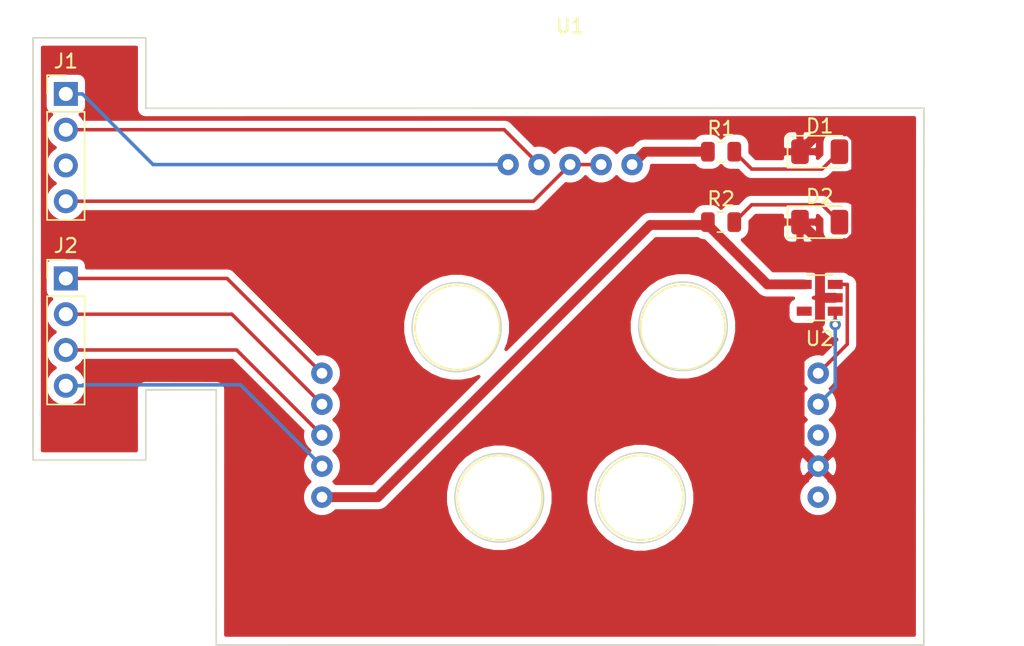
<source format=kicad_pcb>
(kicad_pcb (version 20171130) (host pcbnew 5.1.6-c6e7f7d~87~ubuntu20.04.1)

  (general
    (thickness 1.6)
    (drawings 18)
    (tracks 54)
    (zones 0)
    (modules 8)
    (nets 19)
  )

  (page A4)
  (layers
    (0 F.Cu signal)
    (31 B.Cu signal)
    (32 B.Adhes user)
    (33 F.Adhes user)
    (34 B.Paste user)
    (35 F.Paste user)
    (36 B.SilkS user)
    (37 F.SilkS user)
    (38 B.Mask user)
    (39 F.Mask user)
    (40 Dwgs.User user)
    (41 Cmts.User user)
    (42 Eco1.User user)
    (43 Eco2.User user)
    (44 Edge.Cuts user)
    (45 Margin user)
    (46 B.CrtYd user)
    (47 F.CrtYd user)
    (48 B.Fab user)
    (49 F.Fab user)
  )

  (setup
    (last_trace_width 0.25)
    (trace_clearance 0.2)
    (zone_clearance 0.508)
    (zone_45_only no)
    (trace_min 0.2)
    (via_size 0.8)
    (via_drill 0.4)
    (via_min_size 0.4)
    (via_min_drill 0.3)
    (uvia_size 0.3)
    (uvia_drill 0.1)
    (uvias_allowed no)
    (uvia_min_size 0.2)
    (uvia_min_drill 0.1)
    (edge_width 0.1)
    (segment_width 0.2)
    (pcb_text_width 0.3)
    (pcb_text_size 1.5 1.5)
    (mod_edge_width 0.12)
    (mod_text_size 1 1)
    (mod_text_width 0.15)
    (pad_size 1.524 1.524)
    (pad_drill 0.762)
    (pad_to_mask_clearance 0.05)
    (aux_axis_origin 0 0)
    (visible_elements FFFFFF7F)
    (pcbplotparams
      (layerselection 0x010fc_ffffffff)
      (usegerberextensions false)
      (usegerberattributes true)
      (usegerberadvancedattributes true)
      (creategerberjobfile true)
      (excludeedgelayer true)
      (linewidth 0.100000)
      (plotframeref false)
      (viasonmask false)
      (mode 1)
      (useauxorigin false)
      (hpglpennumber 1)
      (hpglpenspeed 20)
      (hpglpendiameter 15.000000)
      (psnegative false)
      (psa4output false)
      (plotreference true)
      (plotvalue true)
      (plotinvisibletext false)
      (padsonsilk false)
      (subtractmaskfromsilk false)
      (outputformat 1)
      (mirror false)
      (drillshape 1)
      (scaleselection 1)
      (outputdirectory ""))
  )

  (net 0 "")
  (net 1 "Net-(D1-Pad2)")
  (net 2 GND)
  (net 3 "Net-(D2-Pad2)")
  (net 4 A1A)
  (net 5 A2A)
  (net 6 A1B)
  (net 7 A2B)
  (net 8 Z2B)
  (net 9 Z1B)
  (net 10 Z2A)
  (net 11 Z1A)
  (net 12 +12V)
  (net 13 +3V3)
  (net 14 pwm)
  (net 15 limZ)
  (net 16 SCL)
  (net 17 SDA)
  (net 18 "Net-(U2-Pad5)")

  (net_class Default "This is the default net class."
    (clearance 0.2)
    (trace_width 0.25)
    (via_dia 0.8)
    (via_drill 0.4)
    (uvia_dia 0.3)
    (uvia_drill 0.1)
    (add_net A1A)
    (add_net A1B)
    (add_net A2A)
    (add_net A2B)
    (add_net "Net-(D1-Pad2)")
    (add_net "Net-(D2-Pad2)")
    (add_net "Net-(U2-Pad5)")
    (add_net SCL)
    (add_net SDA)
    (add_net Z1A)
    (add_net Z1B)
    (add_net Z2A)
    (add_net Z2B)
    (add_net limZ)
    (add_net pwm)
  )

  (net_class VCC/GND ""
    (clearance 0.2)
    (trace_width 0.7)
    (via_dia 0.8)
    (via_drill 0.4)
    (uvia_dia 0.3)
    (uvia_drill 0.1)
    (add_net +12V)
    (add_net +3V3)
    (add_net GND)
  )

  (module Pick_n_place_head_PCB:PnP_PCB_v1.0 (layer F.Cu) (tedit 62018190) (tstamp 6201E1BE)
    (at 153.284 97.9729)
    (path /6203D29A)
    (fp_text reference U1 (at 0 -24.9) (layer F.SilkS)
      (effects (font (size 1 1) (thickness 0.15)))
    )
    (fp_text value Pick_and_place_pcb (at 0 -25.9) (layer F.Fab)
      (effects (font (size 1 1) (thickness 0.15)))
    )
    (fp_circle (center 5 8.6) (end 8 8.6) (layer F.SilkS) (width 0.12))
    (fp_circle (center -5 8.6) (end -2 8.6) (layer F.SilkS) (width 0.12))
    (fp_circle (center 8 -3.4917) (end 11 -3.4917) (layer F.SilkS) (width 0.12))
    (fp_circle (center -8 -3.491) (end -5 -3.491) (layer F.SilkS) (width 0.12))
    (fp_line (start -30.11 5.94) (end -30.11 0.94) (layer F.SilkS) (width 0.12))
    (fp_line (start -38.11 5.94) (end -30.11 5.94) (layer F.SilkS) (width 0.12))
    (fp_line (start -38.11 -24.06) (end -38.11 5.94) (layer F.SilkS) (width 0.12))
    (fp_line (start -30.11 -24.06) (end -38.11 -24.06) (layer F.SilkS) (width 0.12))
    (fp_line (start -30.11 -19.06) (end -30.11 -24.06) (layer F.SilkS) (width 0.12))
    (fp_line (start -25.11 0.94) (end -30.11 0.94) (layer F.SilkS) (width 0.12))
    (fp_line (start -25.11 -19.06) (end -30.11 -19.06) (layer F.SilkS) (width 0.12))
    (fp_line (start -25.11 0.94) (end -25.11 19.06) (layer F.SilkS) (width 0.12))
    (fp_line (start 25.11 -19.06) (end 25.11 19.06) (layer F.SilkS) (width 0.12))
    (fp_line (start 25.11 19.06) (end -25.11 19.06) (layer F.SilkS) (width 0.12))
    (fp_line (start -25.11 -19.06) (end 25.11 -19.06) (layer F.SilkS) (width 0.12))
    (pad 10 thru_hole circle (at 17.61 8.56) (size 1.524 1.524) (drill 0.762) (layers *.Cu *.Mask)
      (net 14 pwm))
    (pad 9 thru_hole circle (at 17.61 6.36) (size 1.524 1.524) (drill 0.762) (layers *.Cu *.Mask)
      (net 2 GND))
    (pad 8 thru_hole circle (at 17.61 4.16) (size 1.524 1.524) (drill 0.762) (layers *.Cu *.Mask)
      (net 15 limZ))
    (pad 7 thru_hole circle (at 17.61 1.96) (size 1.524 1.524) (drill 0.762) (layers *.Cu *.Mask)
      (net 16 SCL))
    (pad 6 thru_hole circle (at 17.61 -0.24) (size 1.524 1.524) (drill 0.762) (layers *.Cu *.Mask)
      (net 17 SDA))
    (pad 11 thru_hole circle (at -17.61 8.56) (size 1.524 1.524) (drill 0.762) (layers *.Cu *.Mask)
      (net 13 +3V3))
    (pad 12 thru_hole circle (at -17.61 6.36) (size 1.524 1.524) (drill 0.762) (layers *.Cu *.Mask)
      (net 8 Z2B))
    (pad 13 thru_hole circle (at -17.61 4.16) (size 1.524 1.524) (drill 0.762) (layers *.Cu *.Mask)
      (net 9 Z1B))
    (pad 14 thru_hole circle (at -17.61 1.96) (size 1.524 1.524) (drill 0.762) (layers *.Cu *.Mask)
      (net 10 Z2A))
    (pad 15 thru_hole circle (at -17.61 -0.24) (size 1.524 1.524) (drill 0.762) (layers *.Cu *.Mask)
      (net 11 Z1A))
    (pad 3 thru_hole circle (at 0 -15.06) (size 1.524 1.524) (drill 0.762) (layers *.Cu *.Mask)
      (net 7 A2B))
    (pad 2 thru_hole circle (at -2.2 -15.06) (size 1.524 1.524) (drill 0.762) (layers *.Cu *.Mask)
      (net 5 A2A))
    (pad 4 thru_hole circle (at 2.2 -15.06) (size 1.524 1.524) (drill 0.762) (layers *.Cu *.Mask)
      (net 7 A2B))
    (pad 1 thru_hole circle (at -4.4 -15.06) (size 1.524 1.524) (drill 0.762) (layers *.Cu *.Mask)
      (net 4 A1A))
    (pad 5 thru_hole circle (at 4.4 -15.06) (size 1.524 1.524) (drill 0.762) (layers *.Cu *.Mask)
      (net 12 +12V))
  )

  (module LED_SMD:LED_1206_3216Metric (layer F.Cu) (tedit 5B301BBE) (tstamp 6201E3CB)
    (at 171 82)
    (descr "LED SMD 1206 (3216 Metric), square (rectangular) end terminal, IPC_7351 nominal, (Body size source: http://www.tortai-tech.com/upload/download/2011102023233369053.pdf), generated with kicad-footprint-generator")
    (tags diode)
    (path /62041E33)
    (attr smd)
    (fp_text reference D1 (at 0 -1.82) (layer F.SilkS)
      (effects (font (size 1 1) (thickness 0.15)))
    )
    (fp_text value LED (at 0 1.82) (layer F.Fab)
      (effects (font (size 1 1) (thickness 0.15)))
    )
    (fp_text user %R (at 0 0) (layer F.Fab)
      (effects (font (size 0.8 0.8) (thickness 0.12)))
    )
    (fp_line (start 1.6 -0.8) (end -1.2 -0.8) (layer F.Fab) (width 0.1))
    (fp_line (start -1.2 -0.8) (end -1.6 -0.4) (layer F.Fab) (width 0.1))
    (fp_line (start -1.6 -0.4) (end -1.6 0.8) (layer F.Fab) (width 0.1))
    (fp_line (start -1.6 0.8) (end 1.6 0.8) (layer F.Fab) (width 0.1))
    (fp_line (start 1.6 0.8) (end 1.6 -0.8) (layer F.Fab) (width 0.1))
    (fp_line (start 1.6 -1.135) (end -2.285 -1.135) (layer F.SilkS) (width 0.12))
    (fp_line (start -2.285 -1.135) (end -2.285 1.135) (layer F.SilkS) (width 0.12))
    (fp_line (start -2.285 1.135) (end 1.6 1.135) (layer F.SilkS) (width 0.12))
    (fp_line (start -2.28 1.12) (end -2.28 -1.12) (layer F.CrtYd) (width 0.05))
    (fp_line (start -2.28 -1.12) (end 2.28 -1.12) (layer F.CrtYd) (width 0.05))
    (fp_line (start 2.28 -1.12) (end 2.28 1.12) (layer F.CrtYd) (width 0.05))
    (fp_line (start 2.28 1.12) (end -2.28 1.12) (layer F.CrtYd) (width 0.05))
    (pad 2 smd roundrect (at 1.4 0) (size 1.25 1.75) (layers F.Cu F.Paste F.Mask) (roundrect_rratio 0.2)
      (net 1 "Net-(D1-Pad2)"))
    (pad 1 smd roundrect (at -1.4 0) (size 1.25 1.75) (layers F.Cu F.Paste F.Mask) (roundrect_rratio 0.2)
      (net 2 GND))
    (model ${KISYS3DMOD}/LED_SMD.3dshapes/LED_1206_3216Metric.wrl
      (at (xyz 0 0 0))
      (scale (xyz 1 1 1))
      (rotate (xyz 0 0 0))
    )
  )

  (module LED_SMD:LED_1206_3216Metric (layer F.Cu) (tedit 5B301BBE) (tstamp 6201E3DE)
    (at 171 87)
    (descr "LED SMD 1206 (3216 Metric), square (rectangular) end terminal, IPC_7351 nominal, (Body size source: http://www.tortai-tech.com/upload/download/2011102023233369053.pdf), generated with kicad-footprint-generator")
    (tags diode)
    (path /62041957)
    (attr smd)
    (fp_text reference D2 (at 0 -1.82) (layer F.SilkS)
      (effects (font (size 1 1) (thickness 0.15)))
    )
    (fp_text value LED (at 0 1.82) (layer F.Fab)
      (effects (font (size 1 1) (thickness 0.15)))
    )
    (fp_line (start 2.28 1.12) (end -2.28 1.12) (layer F.CrtYd) (width 0.05))
    (fp_line (start 2.28 -1.12) (end 2.28 1.12) (layer F.CrtYd) (width 0.05))
    (fp_line (start -2.28 -1.12) (end 2.28 -1.12) (layer F.CrtYd) (width 0.05))
    (fp_line (start -2.28 1.12) (end -2.28 -1.12) (layer F.CrtYd) (width 0.05))
    (fp_line (start -2.285 1.135) (end 1.6 1.135) (layer F.SilkS) (width 0.12))
    (fp_line (start -2.285 -1.135) (end -2.285 1.135) (layer F.SilkS) (width 0.12))
    (fp_line (start 1.6 -1.135) (end -2.285 -1.135) (layer F.SilkS) (width 0.12))
    (fp_line (start 1.6 0.8) (end 1.6 -0.8) (layer F.Fab) (width 0.1))
    (fp_line (start -1.6 0.8) (end 1.6 0.8) (layer F.Fab) (width 0.1))
    (fp_line (start -1.6 -0.4) (end -1.6 0.8) (layer F.Fab) (width 0.1))
    (fp_line (start -1.2 -0.8) (end -1.6 -0.4) (layer F.Fab) (width 0.1))
    (fp_line (start 1.6 -0.8) (end -1.2 -0.8) (layer F.Fab) (width 0.1))
    (fp_text user %R (at -2.293761 -0.829241) (layer F.Fab)
      (effects (font (size 0.8 0.8) (thickness 0.12)))
    )
    (pad 1 smd roundrect (at -1.4 0) (size 1.25 1.75) (layers F.Cu F.Paste F.Mask) (roundrect_rratio 0.2)
      (net 2 GND))
    (pad 2 smd roundrect (at 1.4 0) (size 1.25 1.75) (layers F.Cu F.Paste F.Mask) (roundrect_rratio 0.2)
      (net 3 "Net-(D2-Pad2)"))
    (model ${KISYS3DMOD}/LED_SMD.3dshapes/LED_1206_3216Metric.wrl
      (at (xyz 0 0 0))
      (scale (xyz 1 1 1))
      (rotate (xyz 0 0 0))
    )
  )

  (module Connector_PinHeader_2.54mm:PinHeader_1x04_P2.54mm_Vertical (layer F.Cu) (tedit 59FED5CC) (tstamp 6201E3F6)
    (at 117.5 77.8967)
    (descr "Through hole straight pin header, 1x04, 2.54mm pitch, single row")
    (tags "Through hole pin header THT 1x04 2.54mm single row")
    (path /6203ED51)
    (fp_text reference J1 (at 0 -2.33) (layer F.SilkS)
      (effects (font (size 1 1) (thickness 0.15)))
    )
    (fp_text value Conn_01x04 (at 0 9.95) (layer F.Fab)
      (effects (font (size 1 1) (thickness 0.15)))
    )
    (fp_line (start 1.8 -1.8) (end -1.8 -1.8) (layer F.CrtYd) (width 0.05))
    (fp_line (start 1.8 9.4) (end 1.8 -1.8) (layer F.CrtYd) (width 0.05))
    (fp_line (start -1.8 9.4) (end 1.8 9.4) (layer F.CrtYd) (width 0.05))
    (fp_line (start -1.8 -1.8) (end -1.8 9.4) (layer F.CrtYd) (width 0.05))
    (fp_line (start -1.33 -1.33) (end 0 -1.33) (layer F.SilkS) (width 0.12))
    (fp_line (start -1.33 0) (end -1.33 -1.33) (layer F.SilkS) (width 0.12))
    (fp_line (start -1.33 1.27) (end 1.33 1.27) (layer F.SilkS) (width 0.12))
    (fp_line (start 1.33 1.27) (end 1.33 8.95) (layer F.SilkS) (width 0.12))
    (fp_line (start -1.33 1.27) (end -1.33 8.95) (layer F.SilkS) (width 0.12))
    (fp_line (start -1.33 8.95) (end 1.33 8.95) (layer F.SilkS) (width 0.12))
    (fp_line (start -1.27 -0.635) (end -0.635 -1.27) (layer F.Fab) (width 0.1))
    (fp_line (start -1.27 8.89) (end -1.27 -0.635) (layer F.Fab) (width 0.1))
    (fp_line (start 1.27 8.89) (end -1.27 8.89) (layer F.Fab) (width 0.1))
    (fp_line (start 1.27 -1.27) (end 1.27 8.89) (layer F.Fab) (width 0.1))
    (fp_line (start -0.635 -1.27) (end 1.27 -1.27) (layer F.Fab) (width 0.1))
    (fp_text user %R (at 0 3.81 90) (layer F.Fab)
      (effects (font (size 1 1) (thickness 0.15)))
    )
    (pad 1 thru_hole rect (at 0 0) (size 1.7 1.7) (drill 1) (layers *.Cu *.Mask)
      (net 4 A1A))
    (pad 2 thru_hole oval (at 0 2.54) (size 1.7 1.7) (drill 1) (layers *.Cu *.Mask)
      (net 5 A2A))
    (pad 3 thru_hole oval (at 0 5.08) (size 1.7 1.7) (drill 1) (layers *.Cu *.Mask)
      (net 6 A1B))
    (pad 4 thru_hole oval (at 0 7.62) (size 1.7 1.7) (drill 1) (layers *.Cu *.Mask)
      (net 7 A2B))
    (model ${KISYS3DMOD}/Connector_PinHeader_2.54mm.3dshapes/PinHeader_1x04_P2.54mm_Vertical.wrl
      (at (xyz 0 0 0))
      (scale (xyz 1 1 1))
      (rotate (xyz 0 0 0))
    )
  )

  (module Connector_PinHeader_2.54mm:PinHeader_1x04_P2.54mm_Vertical (layer F.Cu) (tedit 59FED5CC) (tstamp 6201E40E)
    (at 117.5 91)
    (descr "Through hole straight pin header, 1x04, 2.54mm pitch, single row")
    (tags "Through hole pin header THT 1x04 2.54mm single row")
    (path /62040CDA)
    (fp_text reference J2 (at 0 -2.33) (layer F.SilkS)
      (effects (font (size 1 1) (thickness 0.15)))
    )
    (fp_text value Conn_01x04 (at 0 9.95) (layer F.Fab)
      (effects (font (size 1 1) (thickness 0.15)))
    )
    (fp_text user %R (at 0 3.81 90) (layer F.Fab)
      (effects (font (size 1 1) (thickness 0.15)))
    )
    (fp_line (start -0.635 -1.27) (end 1.27 -1.27) (layer F.Fab) (width 0.1))
    (fp_line (start 1.27 -1.27) (end 1.27 8.89) (layer F.Fab) (width 0.1))
    (fp_line (start 1.27 8.89) (end -1.27 8.89) (layer F.Fab) (width 0.1))
    (fp_line (start -1.27 8.89) (end -1.27 -0.635) (layer F.Fab) (width 0.1))
    (fp_line (start -1.27 -0.635) (end -0.635 -1.27) (layer F.Fab) (width 0.1))
    (fp_line (start -1.33 8.95) (end 1.33 8.95) (layer F.SilkS) (width 0.12))
    (fp_line (start -1.33 1.27) (end -1.33 8.95) (layer F.SilkS) (width 0.12))
    (fp_line (start 1.33 1.27) (end 1.33 8.95) (layer F.SilkS) (width 0.12))
    (fp_line (start -1.33 1.27) (end 1.33 1.27) (layer F.SilkS) (width 0.12))
    (fp_line (start -1.33 0) (end -1.33 -1.33) (layer F.SilkS) (width 0.12))
    (fp_line (start -1.33 -1.33) (end 0 -1.33) (layer F.SilkS) (width 0.12))
    (fp_line (start -1.8 -1.8) (end -1.8 9.4) (layer F.CrtYd) (width 0.05))
    (fp_line (start -1.8 9.4) (end 1.8 9.4) (layer F.CrtYd) (width 0.05))
    (fp_line (start 1.8 9.4) (end 1.8 -1.8) (layer F.CrtYd) (width 0.05))
    (fp_line (start 1.8 -1.8) (end -1.8 -1.8) (layer F.CrtYd) (width 0.05))
    (pad 4 thru_hole oval (at 0 7.62) (size 1.7 1.7) (drill 1) (layers *.Cu *.Mask)
      (net 8 Z2B))
    (pad 3 thru_hole oval (at 0 5.08) (size 1.7 1.7) (drill 1) (layers *.Cu *.Mask)
      (net 9 Z1B))
    (pad 2 thru_hole oval (at 0 2.54) (size 1.7 1.7) (drill 1) (layers *.Cu *.Mask)
      (net 10 Z2A))
    (pad 1 thru_hole rect (at 0 0) (size 1.7 1.7) (drill 1) (layers *.Cu *.Mask)
      (net 11 Z1A))
    (model ${KISYS3DMOD}/Connector_PinHeader_2.54mm.3dshapes/PinHeader_1x04_P2.54mm_Vertical.wrl
      (at (xyz 0 0 0))
      (scale (xyz 1 1 1))
      (rotate (xyz 0 0 0))
    )
  )

  (module Resistor_SMD:R_0805_2012Metric (layer F.Cu) (tedit 5B36C52B) (tstamp 6201E41F)
    (at 164 82)
    (descr "Resistor SMD 0805 (2012 Metric), square (rectangular) end terminal, IPC_7351 nominal, (Body size source: https://docs.google.com/spreadsheets/d/1BsfQQcO9C6DZCsRaXUlFlo91Tg2WpOkGARC1WS5S8t0/edit?usp=sharing), generated with kicad-footprint-generator")
    (tags resistor)
    (path /62042227)
    (attr smd)
    (fp_text reference R1 (at 0 -1.65) (layer F.SilkS)
      (effects (font (size 1 1) (thickness 0.15)))
    )
    (fp_text value R (at 0 1.65) (layer F.Fab)
      (effects (font (size 1 1) (thickness 0.15)))
    )
    (fp_line (start 1.68 0.95) (end -1.68 0.95) (layer F.CrtYd) (width 0.05))
    (fp_line (start 1.68 -0.95) (end 1.68 0.95) (layer F.CrtYd) (width 0.05))
    (fp_line (start -1.68 -0.95) (end 1.68 -0.95) (layer F.CrtYd) (width 0.05))
    (fp_line (start -1.68 0.95) (end -1.68 -0.95) (layer F.CrtYd) (width 0.05))
    (fp_line (start -0.258578 0.71) (end 0.258578 0.71) (layer F.SilkS) (width 0.12))
    (fp_line (start -0.258578 -0.71) (end 0.258578 -0.71) (layer F.SilkS) (width 0.12))
    (fp_line (start 1 0.6) (end -1 0.6) (layer F.Fab) (width 0.1))
    (fp_line (start 1 -0.6) (end 1 0.6) (layer F.Fab) (width 0.1))
    (fp_line (start -1 -0.6) (end 1 -0.6) (layer F.Fab) (width 0.1))
    (fp_line (start -1 0.6) (end -1 -0.6) (layer F.Fab) (width 0.1))
    (fp_text user %R (at 0 0) (layer F.Fab)
      (effects (font (size 0.5 0.5) (thickness 0.08)))
    )
    (pad 1 smd roundrect (at -0.9375 0) (size 0.975 1.4) (layers F.Cu F.Paste F.Mask) (roundrect_rratio 0.25)
      (net 12 +12V))
    (pad 2 smd roundrect (at 0.9375 0) (size 0.975 1.4) (layers F.Cu F.Paste F.Mask) (roundrect_rratio 0.25)
      (net 1 "Net-(D1-Pad2)"))
    (model ${KISYS3DMOD}/Resistor_SMD.3dshapes/R_0805_2012Metric.wrl
      (at (xyz 0 0 0))
      (scale (xyz 1 1 1))
      (rotate (xyz 0 0 0))
    )
  )

  (module Resistor_SMD:R_0805_2012Metric (layer F.Cu) (tedit 5B36C52B) (tstamp 6201E430)
    (at 164 87)
    (descr "Resistor SMD 0805 (2012 Metric), square (rectangular) end terminal, IPC_7351 nominal, (Body size source: https://docs.google.com/spreadsheets/d/1BsfQQcO9C6DZCsRaXUlFlo91Tg2WpOkGARC1WS5S8t0/edit?usp=sharing), generated with kicad-footprint-generator")
    (tags resistor)
    (path /6204249B)
    (attr smd)
    (fp_text reference R2 (at 0 -1.65) (layer F.SilkS)
      (effects (font (size 1 1) (thickness 0.15)))
    )
    (fp_text value R (at 0 1.65) (layer F.Fab)
      (effects (font (size 1 1) (thickness 0.15)))
    )
    (fp_text user %R (at 0 0) (layer F.Fab)
      (effects (font (size 0.5 0.5) (thickness 0.08)))
    )
    (fp_line (start -1 0.6) (end -1 -0.6) (layer F.Fab) (width 0.1))
    (fp_line (start -1 -0.6) (end 1 -0.6) (layer F.Fab) (width 0.1))
    (fp_line (start 1 -0.6) (end 1 0.6) (layer F.Fab) (width 0.1))
    (fp_line (start 1 0.6) (end -1 0.6) (layer F.Fab) (width 0.1))
    (fp_line (start -0.258578 -0.71) (end 0.258578 -0.71) (layer F.SilkS) (width 0.12))
    (fp_line (start -0.258578 0.71) (end 0.258578 0.71) (layer F.SilkS) (width 0.12))
    (fp_line (start -1.68 0.95) (end -1.68 -0.95) (layer F.CrtYd) (width 0.05))
    (fp_line (start -1.68 -0.95) (end 1.68 -0.95) (layer F.CrtYd) (width 0.05))
    (fp_line (start 1.68 -0.95) (end 1.68 0.95) (layer F.CrtYd) (width 0.05))
    (fp_line (start 1.68 0.95) (end -1.68 0.95) (layer F.CrtYd) (width 0.05))
    (pad 2 smd roundrect (at 0.9375 0) (size 0.975 1.4) (layers F.Cu F.Paste F.Mask) (roundrect_rratio 0.25)
      (net 3 "Net-(D2-Pad2)"))
    (pad 1 smd roundrect (at -0.9375 0) (size 0.975 1.4) (layers F.Cu F.Paste F.Mask) (roundrect_rratio 0.25)
      (net 13 +3V3))
    (model ${KISYS3DMOD}/Resistor_SMD.3dshapes/R_0805_2012Metric.wrl
      (at (xyz 0 0 0))
      (scale (xyz 1 1 1))
      (rotate (xyz 0 0 0))
    )
  )

  (module Package_TO_SOT_SMD:SOT-23-5 (layer F.Cu) (tedit 5A02FF57) (tstamp 6201E445)
    (at 171 92.3747 180)
    (descr "5-pin SOT23 package")
    (tags SOT-23-5)
    (path /620412BD)
    (attr smd)
    (fp_text reference U2 (at 0 -2.9) (layer F.SilkS)
      (effects (font (size 1 1) (thickness 0.15)))
    )
    (fp_text value 24AA02-OT (at 0 2.9) (layer F.Fab)
      (effects (font (size 1 1) (thickness 0.15)))
    )
    (fp_line (start 0.9 -1.55) (end 0.9 1.55) (layer F.Fab) (width 0.1))
    (fp_line (start 0.9 1.55) (end -0.9 1.55) (layer F.Fab) (width 0.1))
    (fp_line (start -0.9 -0.9) (end -0.9 1.55) (layer F.Fab) (width 0.1))
    (fp_line (start 0.9 -1.55) (end -0.25 -1.55) (layer F.Fab) (width 0.1))
    (fp_line (start -0.9 -0.9) (end -0.25 -1.55) (layer F.Fab) (width 0.1))
    (fp_line (start -1.9 1.8) (end -1.9 -1.8) (layer F.CrtYd) (width 0.05))
    (fp_line (start 1.9 1.8) (end -1.9 1.8) (layer F.CrtYd) (width 0.05))
    (fp_line (start 1.9 -1.8) (end 1.9 1.8) (layer F.CrtYd) (width 0.05))
    (fp_line (start -1.9 -1.8) (end 1.9 -1.8) (layer F.CrtYd) (width 0.05))
    (fp_line (start 0.9 -1.61) (end -1.55 -1.61) (layer F.SilkS) (width 0.12))
    (fp_line (start -0.9 1.61) (end 0.9 1.61) (layer F.SilkS) (width 0.12))
    (fp_text user %R (at 0 0 90) (layer F.Fab)
      (effects (font (size 0.5 0.5) (thickness 0.075)))
    )
    (pad 1 smd rect (at -1.1 -0.95 180) (size 1.06 0.65) (layers F.Cu F.Paste F.Mask)
      (net 16 SCL))
    (pad 2 smd rect (at -1.1 0 180) (size 1.06 0.65) (layers F.Cu F.Paste F.Mask)
      (net 2 GND))
    (pad 3 smd rect (at -1.1 0.95 180) (size 1.06 0.65) (layers F.Cu F.Paste F.Mask)
      (net 17 SDA))
    (pad 4 smd rect (at 1.1 0.95 180) (size 1.06 0.65) (layers F.Cu F.Paste F.Mask)
      (net 13 +3V3))
    (pad 5 smd rect (at 1.1 -0.95 180) (size 1.06 0.65) (layers F.Cu F.Paste F.Mask)
      (net 18 "Net-(U2-Pad5)"))
    (model ${KISYS3DMOD}/Package_TO_SOT_SMD.3dshapes/SOT-23-5.wrl
      (at (xyz 0 0 0))
      (scale (xyz 1 1 1))
      (rotate (xyz 0 0 0))
    )
  )

  (dimension 12.127927 (width 0.15) (layer Dwgs.User)
    (gr_text "12,128 mm" (at 138.099863 100.309651 88.96797148) (layer Dwgs.User)
      (effects (font (size 1 1) (thickness 0.15)))
    )
    (feature1 (pts (xy 148.50364 94.43212) (xy 138.922547 94.259524)))
    (feature2 (pts (xy 148.2852 106.55808) (xy 138.704107 106.385484)))
    (crossbar (pts (xy 139.290432 106.396046) (xy 139.508872 94.270086)))
    (arrow1a (pts (xy 139.508872 94.270086) (xy 140.074908 95.406969)))
    (arrow1b (pts (xy 139.508872 94.270086) (xy 138.902257 95.385845)))
    (arrow2a (pts (xy 139.290432 106.396046) (xy 139.897047 105.280287)))
    (arrow2b (pts (xy 139.290432 106.396046) (xy 138.724396 105.259163)))
  )
  (dimension 10.149943 (width 0.15) (layer Dwgs.User)
    (gr_text "10,150 mm" (at 153.310495 105.197479 -0.2580873513) (layer Dwgs.User)
      (effects (font (size 1 1) (thickness 0.15)))
    )
    (feature1 (pts (xy 148.22932 106.56316) (xy 148.23236 105.888191)))
    (feature2 (pts (xy 158.37916 106.60888) (xy 158.3822 105.933911)))
    (crossbar (pts (xy 158.379559 106.520326) (xy 148.229719 106.474606)))
    (arrow1a (pts (xy 148.229719 106.474606) (xy 149.358853 105.893266)))
    (arrow1b (pts (xy 148.229719 106.474606) (xy 149.35357 107.066095)))
    (arrow2a (pts (xy 158.379559 106.520326) (xy 157.255708 105.928837)))
    (arrow2b (pts (xy 158.379559 106.520326) (xy 157.250425 107.101666)))
  )
  (dimension 16.27124 (width 0.15) (layer Dwgs.User)
    (gr_text "16,271 mm" (at 153.32202 93.14736) (layer Dwgs.User)
      (effects (font (size 1 1) (thickness 0.15)))
    )
    (feature1 (pts (xy 145.1864 94.44736) (xy 145.1864 93.860939)))
    (feature2 (pts (xy 161.45764 94.44736) (xy 161.45764 93.860939)))
    (crossbar (pts (xy 161.45764 94.44736) (xy 145.1864 94.44736)))
    (arrow1a (pts (xy 145.1864 94.44736) (xy 146.312904 93.860939)))
    (arrow1b (pts (xy 145.1864 94.44736) (xy 146.312904 95.033781)))
    (arrow2a (pts (xy 161.45764 94.44736) (xy 160.331136 93.860939)))
    (arrow2b (pts (xy 161.45764 94.44736) (xy 160.331136 95.033781)))
  )
  (dimension 10.363211 (width 0.15) (layer Dwgs.User)
    (gr_text "10,363 mm" (at 184.136071 111.843602 89.91574156) (layer Dwgs.User)
      (effects (font (size 1 1) (thickness 0.15)))
    )
    (feature1 (pts (xy 158.369 116.98732) (xy 183.414872 117.024152)))
    (feature2 (pts (xy 158.38424 106.62412) (xy 183.430112 106.660952)))
    (crossbar (pts (xy 182.843692 106.66009) (xy 182.828452 117.02329)))
    (arrow1a (pts (xy 182.828452 117.02329) (xy 182.243689 115.895925)))
    (arrow1b (pts (xy 182.828452 117.02329) (xy 183.416529 115.89765)))
    (arrow2a (pts (xy 182.843692 106.66009) (xy 182.255615 107.78573)))
    (arrow2b (pts (xy 182.843692 106.66009) (xy 183.428455 107.787455)))
  )
  (gr_circle (center 158.2674 106.5784) (end 160.8328 108.48848) (layer Edge.Cuts) (width 0.1))
  (gr_circle (center 148.2598 106.5784) (end 150.76424 108.48848) (layer Edge.Cuts) (width 0.1))
  (gr_circle (center 145.23212 94.4626) (end 147.9296 96.10852) (layer Edge.Cuts) (width 0.1))
  (gr_circle (center 161.29508 94.40164) (end 163.79952 96.30664) (layer Edge.Cuts) (width 0.1))
  (gr_line (start 178.39436 78.90764) (end 178.3842 117.02796) (layer Edge.Cuts) (width 0.1) (tstamp 6201FBC9))
  (gr_line (start 123.17476 78.9178) (end 178.39436 78.90764) (layer Edge.Cuts) (width 0.1))
  (gr_line (start 123.17476 73.90892) (end 123.17476 78.9178) (layer Edge.Cuts) (width 0.1))
  (gr_line (start 115.17376 73.90892) (end 123.17476 73.90892) (layer Edge.Cuts) (width 0.1))
  (gr_line (start 115.16868 103.90632) (end 115.17376 73.90892) (layer Edge.Cuts) (width 0.1))
  (gr_line (start 123.17476 103.90632) (end 115.16868 103.90632) (layer Edge.Cuts) (width 0.1))
  (gr_line (start 123.16968 98.9076) (end 123.17476 103.90632) (layer Edge.Cuts) (width 0.1))
  (gr_line (start 128.17856 98.91268) (end 123.16968 98.9076) (layer Edge.Cuts) (width 0.1))
  (gr_line (start 128.17348 117.03304) (end 128.17856 98.91268) (layer Edge.Cuts) (width 0.1))
  (gr_line (start 178.3842 117.02796) (end 128.17348 117.03304) (layer Edge.Cuts) (width 0.1))

  (segment (start 164.9375 82) (end 166.1706 83.2331) (width 0.25) (layer F.Cu) (net 1))
  (segment (start 166.1706 83.2331) (end 171.1669 83.2331) (width 0.25) (layer F.Cu) (net 1))
  (segment (start 171.1669 83.2331) (end 172.4 82) (width 0.25) (layer F.Cu) (net 1))
  (segment (start 171.0197 92.3747) (end 171.0197 94.1247) (width 0.7) (layer F.Cu) (net 2))
  (segment (start 171.0197 94.1247) (end 169.5708 95.5736) (width 0.7) (layer F.Cu) (net 2))
  (segment (start 169.5708 95.5736) (end 169.5708 103.0097) (width 0.7) (layer F.Cu) (net 2))
  (segment (start 169.5708 103.0097) (end 170.894 104.3329) (width 0.7) (layer F.Cu) (net 2))
  (segment (start 171.0197 88.4882) (end 171.0197 92.3747) (width 0.7) (layer F.Cu) (net 2))
  (segment (start 171.0197 88.4882) (end 171.0196 88.4882) (width 0.7) (layer F.Cu) (net 2))
  (segment (start 171.0196 88.4882) (end 171.0196 88.4196) (width 0.7) (layer F.Cu) (net 2))
  (segment (start 171.0196 88.4196) (end 169.6 87) (width 0.7) (layer F.Cu) (net 2))
  (segment (start 169.6 82) (end 171.05 80.55) (width 0.7) (layer F.Cu) (net 2))
  (segment (start 171.05 80.55) (end 173.0916 80.55) (width 0.7) (layer F.Cu) (net 2))
  (segment (start 173.0916 80.55) (end 173.5901 81.0485) (width 0.7) (layer F.Cu) (net 2))
  (segment (start 173.5901 81.0485) (end 173.5901 87.9544) (width 0.7) (layer F.Cu) (net 2))
  (segment (start 173.5901 87.9544) (end 173.0563 88.4882) (width 0.7) (layer F.Cu) (net 2))
  (segment (start 173.0563 88.4882) (end 171.0197 88.4882) (width 0.7) (layer F.Cu) (net 2))
  (segment (start 172.1 92.3747) (end 171.0197 92.3747) (width 0.7) (layer F.Cu) (net 2))
  (segment (start 164.9375 87) (end 166.1666 85.7709) (width 0.25) (layer F.Cu) (net 3))
  (segment (start 166.1666 85.7709) (end 171.1709 85.7709) (width 0.25) (layer F.Cu) (net 3))
  (segment (start 171.1709 85.7709) (end 172.4 87) (width 0.25) (layer F.Cu) (net 3))
  (segment (start 117.5 77.8967) (end 118.6753 77.8967) (width 0.25) (layer B.Cu) (net 4))
  (segment (start 118.6753 77.8967) (end 123.6915 82.9129) (width 0.25) (layer B.Cu) (net 4))
  (segment (start 123.6915 82.9129) (end 148.884 82.9129) (width 0.25) (layer B.Cu) (net 4))
  (segment (start 117.5 80.4367) (end 148.6078 80.4367) (width 0.25) (layer F.Cu) (net 5))
  (segment (start 148.6078 80.4367) (end 151.084 82.9129) (width 0.25) (layer F.Cu) (net 5))
  (segment (start 155.484 82.9129) (end 153.284 82.9129) (width 0.25) (layer F.Cu) (net 7))
  (segment (start 117.5 85.5167) (end 150.6802 85.5167) (width 0.25) (layer F.Cu) (net 7))
  (segment (start 150.6802 85.5167) (end 153.284 82.9129) (width 0.25) (layer F.Cu) (net 7))
  (segment (start 117.5 98.62) (end 118.6753 98.62) (width 0.25) (layer B.Cu) (net 8))
  (segment (start 118.6753 98.62) (end 118.7396 98.5557) (width 0.25) (layer B.Cu) (net 8))
  (segment (start 118.7396 98.5557) (end 129.8968 98.5557) (width 0.25) (layer B.Cu) (net 8))
  (segment (start 129.8968 98.5557) (end 135.674 104.3329) (width 0.25) (layer B.Cu) (net 8))
  (segment (start 117.5 96.08) (end 129.6211 96.08) (width 0.25) (layer F.Cu) (net 9))
  (segment (start 129.6211 96.08) (end 135.674 102.1329) (width 0.25) (layer F.Cu) (net 9))
  (segment (start 117.5 93.54) (end 129.2811 93.54) (width 0.25) (layer F.Cu) (net 10))
  (segment (start 129.2811 93.54) (end 135.674 99.9329) (width 0.25) (layer F.Cu) (net 10))
  (segment (start 117.5 91) (end 128.9411 91) (width 0.25) (layer F.Cu) (net 11))
  (segment (start 128.9411 91) (end 135.674 97.7329) (width 0.25) (layer F.Cu) (net 11))
  (segment (start 163.0625 82) (end 158.5969 82) (width 0.7) (layer F.Cu) (net 12))
  (segment (start 158.5969 82) (end 157.684 82.9129) (width 0.7) (layer F.Cu) (net 12))
  (segment (start 163.0625 87.2029) (end 158.9677 87.2029) (width 0.7) (layer F.Cu) (net 13))
  (segment (start 158.9677 87.2029) (end 139.6377 106.5329) (width 0.7) (layer F.Cu) (net 13))
  (segment (start 139.6377 106.5329) (end 135.674 106.5329) (width 0.7) (layer F.Cu) (net 13))
  (segment (start 169.9 91.4247) (end 167.2843 91.4247) (width 0.7) (layer F.Cu) (net 13))
  (segment (start 167.2843 91.4247) (end 163.0625 87.2029) (width 0.7) (layer F.Cu) (net 13))
  (segment (start 163.0625 87.2029) (end 163.0625 87) (width 0.7) (layer F.Cu) (net 13))
  (segment (start 172.1 93.3247) (end 172.1 94.2779) (width 0.25) (layer F.Cu) (net 16))
  (segment (start 170.894 99.9329) (end 172.1 98.7269) (width 0.25) (layer B.Cu) (net 16))
  (segment (start 172.1 98.7269) (end 172.1 94.2779) (width 0.25) (layer B.Cu) (net 16))
  (via (at 172.1 94.2779) (size 0.8) (layers F.Cu B.Cu) (net 16))
  (segment (start 170.894 97.7329) (end 172.9553 95.6716) (width 0.25) (layer F.Cu) (net 17))
  (segment (start 172.9553 95.6716) (end 172.9553 91.4247) (width 0.25) (layer F.Cu) (net 17))
  (segment (start 172.1 91.4247) (end 172.9553 91.4247) (width 0.25) (layer F.Cu) (net 17))

  (zone (net 2) (net_name GND) (layer F.Cu) (tstamp 0) (hatch edge 0.508)
    (connect_pads (clearance 0.508))
    (min_thickness 0.254)
    (fill yes (arc_segments 32) (thermal_gap 0.508) (thermal_bridge_width 0.508))
    (polygon
      (pts
        (xy 122.90044 79.21244) (xy 178.08448 79.0448) (xy 177.8762 116.44884) (xy 128.56972 116.44884) (xy 128.56972 98.91268)
        (xy 122.71248 98.97872) (xy 122.90552 103.91648) (xy 115.00612 103.91648) (xy 115.36172 74.17816) (xy 115.316 74.11212)
        (xy 122.90044 74.09688)
      )
    )
    (filled_polygon
      (pts
        (xy 122.489761 78.884215) (xy 122.486447 78.917926) (xy 122.493239 78.98676) (xy 122.499673 79.052083) (xy 122.49969 79.05214)
        (xy 122.499697 79.052207) (xy 122.519889 79.118726) (xy 122.538842 79.181206) (xy 122.538872 79.181261) (xy 122.53889 79.181322)
        (xy 122.570849 79.241087) (xy 122.602449 79.300207) (xy 122.602489 79.300255) (xy 122.602519 79.300312) (xy 122.645613 79.352802)
        (xy 122.68805 79.404511) (xy 122.688099 79.404551) (xy 122.688139 79.4046) (xy 122.739953 79.447107) (xy 122.792354 79.490112)
        (xy 122.79241 79.490142) (xy 122.792459 79.490182) (xy 122.850582 79.521235) (xy 122.911355 79.553719) (xy 122.911418 79.553738)
        (xy 122.911472 79.553767) (xy 122.973302 79.57251) (xy 123.040478 79.592888) (xy 123.040544 79.592895) (xy 123.040602 79.592912)
        (xy 123.105561 79.599298) (xy 123.17476 79.606114) (xy 123.208472 79.602794) (xy 177.709177 79.592765) (xy 177.699389 116.32184)
        (xy 128.858679 116.32184) (xy 128.86355 98.946776) (xy 128.866874 98.913378) (xy 128.863569 98.87947) (xy 128.863569 98.879225)
        (xy 128.860397 98.84693) (xy 128.853784 98.779082) (xy 128.85371 98.778836) (xy 128.853685 98.778586) (xy 128.834485 98.715228)
        (xy 128.814746 98.64992) (xy 128.814624 98.649692) (xy 128.814552 98.649453) (xy 128.782575 98.589586) (xy 128.751259 98.530854)
        (xy 128.751099 98.530659) (xy 128.750979 98.530434) (xy 128.708408 98.478532) (xy 128.665764 98.426463) (xy 128.665567 98.426301)
        (xy 128.665407 98.426106) (xy 128.613263 98.383287) (xy 128.561547 98.340757) (xy 128.561327 98.340639) (xy 128.561127 98.340475)
        (xy 128.501252 98.30845) (xy 128.442611 98.277029) (xy 128.442369 98.276955) (xy 128.442144 98.276835) (xy 128.377706 98.257268)
        (xy 128.313528 98.237729) (xy 128.313275 98.237704) (xy 128.313032 98.23763) (xy 128.245802 98.230989) (xy 128.212902 98.227715)
        (xy 128.212654 98.227715) (xy 128.178752 98.224366) (xy 128.145351 98.227646) (xy 123.203327 98.222635) (xy 123.168981 98.219287)
        (xy 123.102378 98.225915) (xy 123.036082 98.232377) (xy 123.035413 98.232579) (xy 123.034712 98.232649) (xy 122.970719 98.252132)
        (xy 122.90692 98.271415) (xy 122.906301 98.271745) (xy 122.905628 98.27195) (xy 122.846644 98.303554) (xy 122.787854 98.334901)
        (xy 122.787312 98.335345) (xy 122.786692 98.335677) (xy 122.73505 98.378147) (xy 122.683463 98.420396) (xy 122.683017 98.420938)
        (xy 122.682475 98.421384) (xy 122.640104 98.47312) (xy 122.597757 98.524613) (xy 122.597427 98.52523) (xy 122.59698 98.525775)
        (xy 122.565477 98.584858) (xy 122.534029 98.64355) (xy 122.533825 98.64422) (xy 122.533494 98.644841) (xy 122.514143 98.708868)
        (xy 122.494729 98.772633) (xy 122.49466 98.77333) (xy 122.494456 98.774004) (xy 122.487983 98.840418) (xy 122.481367 98.906902)
        (xy 122.484715 98.941247) (xy 122.489064 103.22132) (xy 115.853796 103.22132) (xy 115.856009 90.15) (xy 116.011928 90.15)
        (xy 116.011928 91.85) (xy 116.024188 91.974482) (xy 116.060498 92.09418) (xy 116.119463 92.204494) (xy 116.198815 92.301185)
        (xy 116.295506 92.380537) (xy 116.40582 92.439502) (xy 116.47838 92.461513) (xy 116.346525 92.593368) (xy 116.18401 92.836589)
        (xy 116.072068 93.106842) (xy 116.015 93.39374) (xy 116.015 93.68626) (xy 116.072068 93.973158) (xy 116.18401 94.243411)
        (xy 116.346525 94.486632) (xy 116.553368 94.693475) (xy 116.72776 94.81) (xy 116.553368 94.926525) (xy 116.346525 95.133368)
        (xy 116.18401 95.376589) (xy 116.072068 95.646842) (xy 116.015 95.93374) (xy 116.015 96.22626) (xy 116.072068 96.513158)
        (xy 116.18401 96.783411) (xy 116.346525 97.026632) (xy 116.553368 97.233475) (xy 116.72776 97.35) (xy 116.553368 97.466525)
        (xy 116.346525 97.673368) (xy 116.18401 97.916589) (xy 116.072068 98.186842) (xy 116.015 98.47374) (xy 116.015 98.76626)
        (xy 116.072068 99.053158) (xy 116.18401 99.323411) (xy 116.346525 99.566632) (xy 116.553368 99.773475) (xy 116.796589 99.93599)
        (xy 117.066842 100.047932) (xy 117.35374 100.105) (xy 117.64626 100.105) (xy 117.933158 100.047932) (xy 118.203411 99.93599)
        (xy 118.446632 99.773475) (xy 118.653475 99.566632) (xy 118.81599 99.323411) (xy 118.927932 99.053158) (xy 118.985 98.76626)
        (xy 118.985 98.47374) (xy 118.927932 98.186842) (xy 118.81599 97.916589) (xy 118.653475 97.673368) (xy 118.446632 97.466525)
        (xy 118.27224 97.35) (xy 118.446632 97.233475) (xy 118.653475 97.026632) (xy 118.778178 96.84) (xy 129.306299 96.84)
        (xy 134.307628 101.84133) (xy 134.277 101.995308) (xy 134.277 102.270492) (xy 134.330686 102.54039) (xy 134.435995 102.794627)
        (xy 134.58888 103.023435) (xy 134.783465 103.21802) (xy 134.805734 103.2329) (xy 134.783465 103.24778) (xy 134.58888 103.442365)
        (xy 134.435995 103.671173) (xy 134.330686 103.92541) (xy 134.277 104.195308) (xy 134.277 104.470492) (xy 134.330686 104.74039)
        (xy 134.435995 104.994627) (xy 134.58888 105.223435) (xy 134.783465 105.41802) (xy 134.805734 105.4329) (xy 134.783465 105.44778)
        (xy 134.58888 105.642365) (xy 134.435995 105.871173) (xy 134.330686 106.12541) (xy 134.277 106.395308) (xy 134.277 106.670492)
        (xy 134.330686 106.94039) (xy 134.435995 107.194627) (xy 134.58888 107.423435) (xy 134.783465 107.61802) (xy 135.012273 107.770905)
        (xy 135.26651 107.876214) (xy 135.536408 107.9299) (xy 135.811592 107.9299) (xy 136.08149 107.876214) (xy 136.335727 107.770905)
        (xy 136.564535 107.61802) (xy 136.664655 107.5179) (xy 139.58932 107.5179) (xy 139.6377 107.522665) (xy 139.68608 107.5179)
        (xy 139.830794 107.503647) (xy 140.016467 107.447324) (xy 140.187584 107.35586) (xy 140.33757 107.23277) (xy 140.368416 107.195184)
        (xy 141.363027 106.200573) (xy 144.423659 106.200573) (xy 144.423659 106.956227) (xy 144.57108 107.697361) (xy 144.860256 108.395494)
        (xy 145.280075 109.023797) (xy 145.814403 109.558125) (xy 146.442706 109.977944) (xy 147.140839 110.26712) (xy 147.881973 110.414541)
        (xy 148.637627 110.414541) (xy 149.378761 110.26712) (xy 150.076894 109.977944) (xy 150.705197 109.558125) (xy 151.239525 109.023797)
        (xy 151.659344 108.395494) (xy 151.94852 107.697361) (xy 152.095941 106.956227) (xy 152.095941 106.200573) (xy 152.094992 106.195801)
        (xy 154.382808 106.195801) (xy 154.382808 106.960999) (xy 154.532091 107.711494) (xy 154.824919 108.418444) (xy 155.25004 109.054683)
        (xy 155.791117 109.59576) (xy 156.427356 110.020881) (xy 157.134306 110.313709) (xy 157.884801 110.462992) (xy 158.649999 110.462992)
        (xy 159.400494 110.313709) (xy 160.107444 110.020881) (xy 160.743683 109.59576) (xy 161.28476 109.054683) (xy 161.709881 108.418444)
        (xy 162.002709 107.711494) (xy 162.151992 106.960999) (xy 162.151992 106.395308) (xy 169.497 106.395308) (xy 169.497 106.670492)
        (xy 169.550686 106.94039) (xy 169.655995 107.194627) (xy 169.80888 107.423435) (xy 170.003465 107.61802) (xy 170.232273 107.770905)
        (xy 170.48651 107.876214) (xy 170.756408 107.9299) (xy 171.031592 107.9299) (xy 171.30149 107.876214) (xy 171.555727 107.770905)
        (xy 171.784535 107.61802) (xy 171.97912 107.423435) (xy 172.132005 107.194627) (xy 172.237314 106.94039) (xy 172.291 106.670492)
        (xy 172.291 106.395308) (xy 172.237314 106.12541) (xy 172.132005 105.871173) (xy 171.97912 105.642365) (xy 171.784535 105.44778)
        (xy 171.66128 105.365423) (xy 171.67996 105.298465) (xy 170.894 104.512505) (xy 170.10804 105.298465) (xy 170.12672 105.365423)
        (xy 170.003465 105.44778) (xy 169.80888 105.642365) (xy 169.655995 105.871173) (xy 169.550686 106.12541) (xy 169.497 106.395308)
        (xy 162.151992 106.395308) (xy 162.151992 106.195801) (xy 162.002709 105.445306) (xy 161.709881 104.738356) (xy 161.487085 104.404917)
        (xy 169.49209 104.404917) (xy 169.533078 104.677033) (xy 169.626364 104.935923) (xy 169.688344 105.05188) (xy 169.928435 105.11886)
        (xy 170.714395 104.3329) (xy 171.073605 104.3329) (xy 171.859565 105.11886) (xy 172.099656 105.05188) (xy 172.216756 104.802852)
        (xy 172.283023 104.535765) (xy 172.29591 104.260883) (xy 172.254922 103.988767) (xy 172.161636 103.729877) (xy 172.099656 103.61392)
        (xy 171.859565 103.54694) (xy 171.073605 104.3329) (xy 170.714395 104.3329) (xy 169.928435 103.54694) (xy 169.688344 103.61392)
        (xy 169.571244 103.862948) (xy 169.504977 104.130035) (xy 169.49209 104.404917) (xy 161.487085 104.404917) (xy 161.28476 104.102117)
        (xy 160.743683 103.56104) (xy 160.107444 103.135919) (xy 159.400494 102.843091) (xy 158.649999 102.693808) (xy 157.884801 102.693808)
        (xy 157.134306 102.843091) (xy 156.427356 103.135919) (xy 155.791117 103.56104) (xy 155.25004 104.102117) (xy 154.824919 104.738356)
        (xy 154.532091 105.445306) (xy 154.382808 106.195801) (xy 152.094992 106.195801) (xy 151.94852 105.459439) (xy 151.659344 104.761306)
        (xy 151.239525 104.133003) (xy 150.705197 103.598675) (xy 150.076894 103.178856) (xy 149.378761 102.88968) (xy 148.637627 102.742259)
        (xy 147.881973 102.742259) (xy 147.140839 102.88968) (xy 146.442706 103.178856) (xy 145.814403 103.598675) (xy 145.280075 104.133003)
        (xy 144.860256 104.761306) (xy 144.57108 105.459439) (xy 144.423659 106.200573) (xy 141.363027 106.200573) (xy 153.539485 94.024115)
        (xy 157.462003 94.024115) (xy 157.462003 94.779165) (xy 157.609306 95.519707) (xy 157.898251 96.217283) (xy 158.317734 96.845084)
        (xy 158.851636 97.378986) (xy 159.479437 97.798469) (xy 160.177013 98.087414) (xy 160.917555 98.234717) (xy 161.672605 98.234717)
        (xy 162.413147 98.087414) (xy 163.110723 97.798469) (xy 163.738524 97.378986) (xy 164.272426 96.845084) (xy 164.691909 96.217283)
        (xy 164.980854 95.519707) (xy 165.128157 94.779165) (xy 165.128157 94.024115) (xy 164.980854 93.283573) (xy 164.691909 92.585997)
        (xy 164.272426 91.958196) (xy 163.738524 91.424294) (xy 163.110723 91.004811) (xy 162.413147 90.715866) (xy 161.672605 90.568563)
        (xy 160.917555 90.568563) (xy 160.177013 90.715866) (xy 159.479437 91.004811) (xy 158.851636 91.424294) (xy 158.317734 91.958196)
        (xy 157.898251 92.585997) (xy 157.609306 93.283573) (xy 157.462003 94.024115) (xy 153.539485 94.024115) (xy 159.3757 88.1879)
        (xy 162.326938 88.1879) (xy 162.328836 88.189458) (xy 162.481291 88.270947) (xy 162.646715 88.321128) (xy 162.803134 88.336534)
        (xy 166.553589 92.08699) (xy 166.58443 92.12457) (xy 166.734416 92.24766) (xy 166.905533 92.339124) (xy 167.091206 92.395447)
        (xy 167.2843 92.414465) (xy 167.33268 92.4097) (xy 169.127462 92.4097) (xy 169.12582 92.410198) (xy 169.015506 92.469163)
        (xy 168.918815 92.548515) (xy 168.839463 92.645206) (xy 168.780498 92.75552) (xy 168.744188 92.875218) (xy 168.731928 92.9997)
        (xy 168.731928 93.6497) (xy 168.744188 93.774182) (xy 168.780498 93.89388) (xy 168.839463 94.004194) (xy 168.918815 94.100885)
        (xy 169.015506 94.180237) (xy 169.12582 94.239202) (xy 169.245518 94.275512) (xy 169.37 94.287772) (xy 170.43 94.287772)
        (xy 170.554482 94.275512) (xy 170.67418 94.239202) (xy 170.784494 94.180237) (xy 170.881185 94.100885) (xy 170.960537 94.004194)
        (xy 171 93.930365) (xy 171.039463 94.004194) (xy 171.087519 94.06275) (xy 171.065 94.175961) (xy 171.065 94.379839)
        (xy 171.104774 94.579798) (xy 171.182795 94.768156) (xy 171.296063 94.937674) (xy 171.440226 95.081837) (xy 171.609744 95.195105)
        (xy 171.798102 95.273126) (xy 171.998061 95.3129) (xy 172.1953 95.3129) (xy 172.1953 95.356797) (xy 171.18557 96.366528)
        (xy 171.031592 96.3359) (xy 170.756408 96.3359) (xy 170.48651 96.389586) (xy 170.232273 96.494895) (xy 170.003465 96.64778)
        (xy 169.80888 96.842365) (xy 169.655995 97.071173) (xy 169.550686 97.32541) (xy 169.497 97.595308) (xy 169.497 97.870492)
        (xy 169.550686 98.14039) (xy 169.655995 98.394627) (xy 169.80888 98.623435) (xy 170.003465 98.81802) (xy 170.025734 98.8329)
        (xy 170.003465 98.84778) (xy 169.80888 99.042365) (xy 169.655995 99.271173) (xy 169.550686 99.52541) (xy 169.497 99.795308)
        (xy 169.497 100.070492) (xy 169.550686 100.34039) (xy 169.655995 100.594627) (xy 169.80888 100.823435) (xy 170.003465 101.01802)
        (xy 170.025734 101.0329) (xy 170.003465 101.04778) (xy 169.80888 101.242365) (xy 169.655995 101.471173) (xy 169.550686 101.72541)
        (xy 169.497 101.995308) (xy 169.497 102.270492) (xy 169.550686 102.54039) (xy 169.655995 102.794627) (xy 169.80888 103.023435)
        (xy 170.003465 103.21802) (xy 170.12672 103.300377) (xy 170.10804 103.367335) (xy 170.894 104.153295) (xy 171.67996 103.367335)
        (xy 171.66128 103.300377) (xy 171.784535 103.21802) (xy 171.97912 103.023435) (xy 172.132005 102.794627) (xy 172.237314 102.54039)
        (xy 172.291 102.270492) (xy 172.291 101.995308) (xy 172.237314 101.72541) (xy 172.132005 101.471173) (xy 171.97912 101.242365)
        (xy 171.784535 101.04778) (xy 171.762266 101.0329) (xy 171.784535 101.01802) (xy 171.97912 100.823435) (xy 172.132005 100.594627)
        (xy 172.237314 100.34039) (xy 172.291 100.070492) (xy 172.291 99.795308) (xy 172.237314 99.52541) (xy 172.132005 99.271173)
        (xy 171.97912 99.042365) (xy 171.784535 98.84778) (xy 171.762266 98.8329) (xy 171.784535 98.81802) (xy 171.97912 98.623435)
        (xy 172.132005 98.394627) (xy 172.237314 98.14039) (xy 172.291 97.870492) (xy 172.291 97.595308) (xy 172.260372 97.44133)
        (xy 173.466309 96.235394) (xy 173.495301 96.211601) (xy 173.519095 96.182608) (xy 173.519099 96.182604) (xy 173.590273 96.095877)
        (xy 173.590274 96.095876) (xy 173.660846 95.963847) (xy 173.704303 95.820586) (xy 173.7153 95.708933) (xy 173.7153 95.708924)
        (xy 173.718976 95.671601) (xy 173.7153 95.634278) (xy 173.7153 91.462033) (xy 173.718977 91.4247) (xy 173.704303 91.275714)
        (xy 173.660846 91.132453) (xy 173.590274 91.000424) (xy 173.495301 90.884699) (xy 173.379576 90.789726) (xy 173.247547 90.719154)
        (xy 173.104286 90.675697) (xy 173.103423 90.675612) (xy 173.081185 90.648515) (xy 172.984494 90.569163) (xy 172.87418 90.510198)
        (xy 172.754482 90.473888) (xy 172.63 90.461628) (xy 171.57 90.461628) (xy 171.445518 90.473888) (xy 171.32582 90.510198)
        (xy 171.215506 90.569163) (xy 171.118815 90.648515) (xy 171.039463 90.745206) (xy 171 90.819035) (xy 170.960537 90.745206)
        (xy 170.881185 90.648515) (xy 170.784494 90.569163) (xy 170.67418 90.510198) (xy 170.554482 90.473888) (xy 170.43 90.461628)
        (xy 170.118395 90.461628) (xy 170.093094 90.453953) (xy 169.94838 90.4397) (xy 167.692301 90.4397) (xy 165.521862 88.269262)
        (xy 165.671164 88.189458) (xy 165.804792 88.079792) (xy 165.914458 87.946164) (xy 165.952495 87.875) (xy 168.336928 87.875)
        (xy 168.349188 87.999482) (xy 168.385498 88.11918) (xy 168.444463 88.229494) (xy 168.523815 88.326185) (xy 168.620506 88.405537)
        (xy 168.73082 88.464502) (xy 168.850518 88.500812) (xy 168.975 88.513072) (xy 169.31425 88.51) (xy 169.473 88.35125)
        (xy 169.473 87.127) (xy 169.727 87.127) (xy 169.727 88.35125) (xy 169.88575 88.51) (xy 170.225 88.513072)
        (xy 170.349482 88.500812) (xy 170.46918 88.464502) (xy 170.579494 88.405537) (xy 170.676185 88.326185) (xy 170.755537 88.229494)
        (xy 170.814502 88.11918) (xy 170.850812 87.999482) (xy 170.863072 87.875) (xy 170.86 87.28575) (xy 170.70125 87.127)
        (xy 169.727 87.127) (xy 169.473 87.127) (xy 168.49875 87.127) (xy 168.34 87.28575) (xy 168.336928 87.875)
        (xy 165.952495 87.875) (xy 165.995947 87.793709) (xy 166.046128 87.628285) (xy 166.063072 87.45625) (xy 166.063072 86.949229)
        (xy 166.481402 86.5309) (xy 168.339044 86.5309) (xy 168.34 86.71425) (xy 168.49875 86.873) (xy 169.473 86.873)
        (xy 169.473 86.853) (xy 169.727 86.853) (xy 169.727 86.873) (xy 170.70125 86.873) (xy 170.86 86.71425)
        (xy 170.860931 86.535732) (xy 171.136928 86.811729) (xy 171.136928 87.625) (xy 171.153992 87.798254) (xy 171.204528 87.96485)
        (xy 171.286595 88.118386) (xy 171.397038 88.252962) (xy 171.531614 88.363405) (xy 171.68515 88.445472) (xy 171.851746 88.496008)
        (xy 172.025 88.513072) (xy 172.775 88.513072) (xy 172.948254 88.496008) (xy 173.11485 88.445472) (xy 173.268386 88.363405)
        (xy 173.402962 88.252962) (xy 173.513405 88.118386) (xy 173.595472 87.96485) (xy 173.646008 87.798254) (xy 173.663072 87.625)
        (xy 173.663072 86.375) (xy 173.646008 86.201746) (xy 173.595472 86.03515) (xy 173.513405 85.881614) (xy 173.402962 85.747038)
        (xy 173.268386 85.636595) (xy 173.11485 85.554528) (xy 172.948254 85.503992) (xy 172.775 85.486928) (xy 172.025 85.486928)
        (xy 171.967402 85.492601) (xy 171.734704 85.259903) (xy 171.710901 85.230899) (xy 171.595176 85.135926) (xy 171.463147 85.065354)
        (xy 171.319886 85.021897) (xy 171.208233 85.0109) (xy 171.208222 85.0109) (xy 171.1709 85.007224) (xy 171.133578 85.0109)
        (xy 166.203923 85.0109) (xy 166.1666 85.007224) (xy 166.129277 85.0109) (xy 166.129267 85.0109) (xy 166.017614 85.021897)
        (xy 165.874353 85.065354) (xy 165.742323 85.135926) (xy 165.658683 85.204568) (xy 165.626599 85.230899) (xy 165.602801 85.259897)
        (xy 165.19902 85.663678) (xy 165.18125 85.661928) (xy 164.69375 85.661928) (xy 164.521715 85.678872) (xy 164.356291 85.729053)
        (xy 164.203836 85.810542) (xy 164.070208 85.920208) (xy 164 86.005756) (xy 163.929792 85.920208) (xy 163.796164 85.810542)
        (xy 163.643709 85.729053) (xy 163.478285 85.678872) (xy 163.30625 85.661928) (xy 162.81875 85.661928) (xy 162.646715 85.678872)
        (xy 162.481291 85.729053) (xy 162.328836 85.810542) (xy 162.195208 85.920208) (xy 162.085542 86.053836) (xy 162.004053 86.206291)
        (xy 162.000531 86.2179) (xy 159.016079 86.2179) (xy 158.967699 86.213135) (xy 158.774605 86.232153) (xy 158.664009 86.265702)
        (xy 158.588933 86.288476) (xy 158.417816 86.37994) (xy 158.26783 86.50303) (xy 158.236984 86.540616) (xy 148.745137 96.032463)
        (xy 148.930671 95.584543) (xy 149.078485 94.841434) (xy 149.078485 94.083766) (xy 148.930671 93.340657) (xy 148.640725 92.640663)
        (xy 148.219787 92.010685) (xy 147.684035 91.474933) (xy 147.054057 91.053995) (xy 146.354063 90.764049) (xy 145.610954 90.616235)
        (xy 144.853286 90.616235) (xy 144.110177 90.764049) (xy 143.410183 91.053995) (xy 142.780205 91.474933) (xy 142.244453 92.010685)
        (xy 141.823515 92.640663) (xy 141.533569 93.340657) (xy 141.385755 94.083766) (xy 141.385755 94.841434) (xy 141.533569 95.584543)
        (xy 141.823515 96.284537) (xy 142.244453 96.914515) (xy 142.780205 97.450267) (xy 143.410183 97.871205) (xy 144.110177 98.161151)
        (xy 144.853286 98.308965) (xy 145.610954 98.308965) (xy 146.354063 98.161151) (xy 146.801983 97.975617) (xy 139.2297 105.5479)
        (xy 136.664655 105.5479) (xy 136.564535 105.44778) (xy 136.542266 105.4329) (xy 136.564535 105.41802) (xy 136.75912 105.223435)
        (xy 136.912005 104.994627) (xy 137.017314 104.74039) (xy 137.071 104.470492) (xy 137.071 104.195308) (xy 137.017314 103.92541)
        (xy 136.912005 103.671173) (xy 136.75912 103.442365) (xy 136.564535 103.24778) (xy 136.542266 103.2329) (xy 136.564535 103.21802)
        (xy 136.75912 103.023435) (xy 136.912005 102.794627) (xy 137.017314 102.54039) (xy 137.071 102.270492) (xy 137.071 101.995308)
        (xy 137.017314 101.72541) (xy 136.912005 101.471173) (xy 136.75912 101.242365) (xy 136.564535 101.04778) (xy 136.542266 101.0329)
        (xy 136.564535 101.01802) (xy 136.75912 100.823435) (xy 136.912005 100.594627) (xy 137.017314 100.34039) (xy 137.071 100.070492)
        (xy 137.071 99.795308) (xy 137.017314 99.52541) (xy 136.912005 99.271173) (xy 136.75912 99.042365) (xy 136.564535 98.84778)
        (xy 136.542266 98.8329) (xy 136.564535 98.81802) (xy 136.75912 98.623435) (xy 136.912005 98.394627) (xy 137.017314 98.14039)
        (xy 137.071 97.870492) (xy 137.071 97.595308) (xy 137.017314 97.32541) (xy 136.912005 97.071173) (xy 136.75912 96.842365)
        (xy 136.564535 96.64778) (xy 136.335727 96.494895) (xy 136.08149 96.389586) (xy 135.811592 96.3359) (xy 135.536408 96.3359)
        (xy 135.382431 96.366528) (xy 129.504904 90.489003) (xy 129.481101 90.459999) (xy 129.365376 90.365026) (xy 129.233347 90.294454)
        (xy 129.090086 90.250997) (xy 128.978433 90.24) (xy 128.978422 90.24) (xy 128.9411 90.236324) (xy 128.903778 90.24)
        (xy 118.988072 90.24) (xy 118.988072 90.15) (xy 118.975812 90.025518) (xy 118.939502 89.90582) (xy 118.880537 89.795506)
        (xy 118.801185 89.698815) (xy 118.704494 89.619463) (xy 118.59418 89.560498) (xy 118.474482 89.524188) (xy 118.35 89.511928)
        (xy 116.65 89.511928) (xy 116.525518 89.524188) (xy 116.40582 89.560498) (xy 116.295506 89.619463) (xy 116.198815 89.698815)
        (xy 116.119463 89.795506) (xy 116.060498 89.90582) (xy 116.024188 90.025518) (xy 116.011928 90.15) (xy 115.856009 90.15)
        (xy 115.858227 77.0467) (xy 116.011928 77.0467) (xy 116.011928 78.7467) (xy 116.024188 78.871182) (xy 116.060498 78.99088)
        (xy 116.119463 79.101194) (xy 116.198815 79.197885) (xy 116.295506 79.277237) (xy 116.40582 79.336202) (xy 116.47838 79.358213)
        (xy 116.346525 79.490068) (xy 116.18401 79.733289) (xy 116.072068 80.003542) (xy 116.015 80.29044) (xy 116.015 80.58296)
        (xy 116.072068 80.869858) (xy 116.18401 81.140111) (xy 116.346525 81.383332) (xy 116.553368 81.590175) (xy 116.72776 81.7067)
        (xy 116.553368 81.823225) (xy 116.346525 82.030068) (xy 116.18401 82.273289) (xy 116.072068 82.543542) (xy 116.015 82.83044)
        (xy 116.015 83.12296) (xy 116.072068 83.409858) (xy 116.18401 83.680111) (xy 116.346525 83.923332) (xy 116.553368 84.130175)
        (xy 116.72776 84.2467) (xy 116.553368 84.363225) (xy 116.346525 84.570068) (xy 116.18401 84.813289) (xy 116.072068 85.083542)
        (xy 116.015 85.37044) (xy 116.015 85.66296) (xy 116.072068 85.949858) (xy 116.18401 86.220111) (xy 116.346525 86.463332)
        (xy 116.553368 86.670175) (xy 116.796589 86.83269) (xy 117.066842 86.944632) (xy 117.35374 87.0017) (xy 117.64626 87.0017)
        (xy 117.933158 86.944632) (xy 118.203411 86.83269) (xy 118.446632 86.670175) (xy 118.653475 86.463332) (xy 118.778178 86.2767)
        (xy 150.642878 86.2767) (xy 150.6802 86.280376) (xy 150.717522 86.2767) (xy 150.717533 86.2767) (xy 150.829186 86.265703)
        (xy 150.972447 86.222246) (xy 151.104476 86.151674) (xy 151.220201 86.056701) (xy 151.244004 86.027697) (xy 152.99243 84.279272)
        (xy 153.146408 84.3099) (xy 153.421592 84.3099) (xy 153.69149 84.256214) (xy 153.945727 84.150905) (xy 154.174535 83.99802)
        (xy 154.36912 83.803435) (xy 154.384 83.781166) (xy 154.39888 83.803435) (xy 154.593465 83.99802) (xy 154.822273 84.150905)
        (xy 155.07651 84.256214) (xy 155.346408 84.3099) (xy 155.621592 84.3099) (xy 155.89149 84.256214) (xy 156.145727 84.150905)
        (xy 156.374535 83.99802) (xy 156.56912 83.803435) (xy 156.584 83.781166) (xy 156.59888 83.803435) (xy 156.793465 83.99802)
        (xy 157.022273 84.150905) (xy 157.27651 84.256214) (xy 157.546408 84.3099) (xy 157.821592 84.3099) (xy 158.09149 84.256214)
        (xy 158.345727 84.150905) (xy 158.574535 83.99802) (xy 158.76912 83.803435) (xy 158.922005 83.574627) (xy 159.027314 83.32039)
        (xy 159.081 83.050492) (xy 159.081 82.985) (xy 162.117414 82.985) (xy 162.195208 83.079792) (xy 162.328836 83.189458)
        (xy 162.481291 83.270947) (xy 162.646715 83.321128) (xy 162.81875 83.338072) (xy 163.30625 83.338072) (xy 163.478285 83.321128)
        (xy 163.643709 83.270947) (xy 163.796164 83.189458) (xy 163.929792 83.079792) (xy 164 82.994244) (xy 164.070208 83.079792)
        (xy 164.203836 83.189458) (xy 164.356291 83.270947) (xy 164.521715 83.321128) (xy 164.69375 83.338072) (xy 165.18125 83.338072)
        (xy 165.19902 83.336322) (xy 165.606801 83.744103) (xy 165.630599 83.773101) (xy 165.746324 83.868074) (xy 165.878353 83.938646)
        (xy 166.021614 83.982103) (xy 166.133267 83.9931) (xy 166.133275 83.9931) (xy 166.1706 83.996776) (xy 166.207925 83.9931)
        (xy 171.129578 83.9931) (xy 171.1669 83.996776) (xy 171.204222 83.9931) (xy 171.204233 83.9931) (xy 171.315886 83.982103)
        (xy 171.459147 83.938646) (xy 171.591176 83.868074) (xy 171.706901 83.773101) (xy 171.730704 83.744097) (xy 171.967402 83.507399)
        (xy 172.025 83.513072) (xy 172.775 83.513072) (xy 172.948254 83.496008) (xy 173.11485 83.445472) (xy 173.268386 83.363405)
        (xy 173.402962 83.252962) (xy 173.513405 83.118386) (xy 173.595472 82.96485) (xy 173.646008 82.798254) (xy 173.663072 82.625)
        (xy 173.663072 81.375) (xy 173.646008 81.201746) (xy 173.595472 81.03515) (xy 173.513405 80.881614) (xy 173.402962 80.747038)
        (xy 173.268386 80.636595) (xy 173.11485 80.554528) (xy 172.948254 80.503992) (xy 172.775 80.486928) (xy 172.025 80.486928)
        (xy 171.851746 80.503992) (xy 171.68515 80.554528) (xy 171.531614 80.636595) (xy 171.397038 80.747038) (xy 171.286595 80.881614)
        (xy 171.204528 81.03515) (xy 171.153992 81.201746) (xy 171.136928 81.375) (xy 171.136928 82.188271) (xy 170.860931 82.464268)
        (xy 170.86 82.28575) (xy 170.70125 82.127) (xy 169.727 82.127) (xy 169.727 82.147) (xy 169.473 82.147)
        (xy 169.473 82.127) (xy 168.49875 82.127) (xy 168.34 82.28575) (xy 168.339023 82.4731) (xy 166.485402 82.4731)
        (xy 166.063072 82.050771) (xy 166.063072 81.54375) (xy 166.046128 81.371715) (xy 165.995947 81.206291) (xy 165.952496 81.125)
        (xy 168.336928 81.125) (xy 168.34 81.71425) (xy 168.49875 81.873) (xy 169.473 81.873) (xy 169.473 80.64875)
        (xy 169.727 80.64875) (xy 169.727 81.873) (xy 170.70125 81.873) (xy 170.86 81.71425) (xy 170.863072 81.125)
        (xy 170.850812 81.000518) (xy 170.814502 80.88082) (xy 170.755537 80.770506) (xy 170.676185 80.673815) (xy 170.579494 80.594463)
        (xy 170.46918 80.535498) (xy 170.349482 80.499188) (xy 170.225 80.486928) (xy 169.88575 80.49) (xy 169.727 80.64875)
        (xy 169.473 80.64875) (xy 169.31425 80.49) (xy 168.975 80.486928) (xy 168.850518 80.499188) (xy 168.73082 80.535498)
        (xy 168.620506 80.594463) (xy 168.523815 80.673815) (xy 168.444463 80.770506) (xy 168.385498 80.88082) (xy 168.349188 81.000518)
        (xy 168.336928 81.125) (xy 165.952496 81.125) (xy 165.914458 81.053836) (xy 165.804792 80.920208) (xy 165.671164 80.810542)
        (xy 165.518709 80.729053) (xy 165.353285 80.678872) (xy 165.18125 80.661928) (xy 164.69375 80.661928) (xy 164.521715 80.678872)
        (xy 164.356291 80.729053) (xy 164.203836 80.810542) (xy 164.070208 80.920208) (xy 164 81.005756) (xy 163.929792 80.920208)
        (xy 163.796164 80.810542) (xy 163.643709 80.729053) (xy 163.478285 80.678872) (xy 163.30625 80.661928) (xy 162.81875 80.661928)
        (xy 162.646715 80.678872) (xy 162.481291 80.729053) (xy 162.328836 80.810542) (xy 162.195208 80.920208) (xy 162.117414 81.015)
        (xy 158.64528 81.015) (xy 158.5969 81.010235) (xy 158.54852 81.015) (xy 158.403806 81.029253) (xy 158.218133 81.085576)
        (xy 158.047016 81.17704) (xy 157.89703 81.30013) (xy 157.866189 81.337711) (xy 157.687999 81.5159) (xy 157.546408 81.5159)
        (xy 157.27651 81.569586) (xy 157.022273 81.674895) (xy 156.793465 81.82778) (xy 156.59888 82.022365) (xy 156.584 82.044634)
        (xy 156.56912 82.022365) (xy 156.374535 81.82778) (xy 156.145727 81.674895) (xy 155.89149 81.569586) (xy 155.621592 81.5159)
        (xy 155.346408 81.5159) (xy 155.07651 81.569586) (xy 154.822273 81.674895) (xy 154.593465 81.82778) (xy 154.39888 82.022365)
        (xy 154.384 82.044634) (xy 154.36912 82.022365) (xy 154.174535 81.82778) (xy 153.945727 81.674895) (xy 153.69149 81.569586)
        (xy 153.421592 81.5159) (xy 153.146408 81.5159) (xy 152.87651 81.569586) (xy 152.622273 81.674895) (xy 152.393465 81.82778)
        (xy 152.19888 82.022365) (xy 152.184 82.044634) (xy 152.16912 82.022365) (xy 151.974535 81.82778) (xy 151.745727 81.674895)
        (xy 151.49149 81.569586) (xy 151.221592 81.5159) (xy 150.946408 81.5159) (xy 150.79243 81.546528) (xy 149.171604 79.925703)
        (xy 149.147801 79.896699) (xy 149.032076 79.801726) (xy 148.900047 79.731154) (xy 148.756786 79.687697) (xy 148.645133 79.6767)
        (xy 148.645122 79.6767) (xy 148.6078 79.673024) (xy 148.570478 79.6767) (xy 118.778178 79.6767) (xy 118.653475 79.490068)
        (xy 118.52162 79.358213) (xy 118.59418 79.336202) (xy 118.704494 79.277237) (xy 118.801185 79.197885) (xy 118.880537 79.101194)
        (xy 118.939502 78.99088) (xy 118.975812 78.871182) (xy 118.988072 78.7467) (xy 118.988072 77.0467) (xy 118.975812 76.922218)
        (xy 118.939502 76.80252) (xy 118.880537 76.692206) (xy 118.801185 76.595515) (xy 118.704494 76.516163) (xy 118.59418 76.457198)
        (xy 118.474482 76.420888) (xy 118.35 76.408628) (xy 116.65 76.408628) (xy 116.525518 76.420888) (xy 116.40582 76.457198)
        (xy 116.295506 76.516163) (xy 116.198815 76.595515) (xy 116.119463 76.692206) (xy 116.060498 76.80252) (xy 116.024188 76.922218)
        (xy 116.011928 77.0467) (xy 115.858227 77.0467) (xy 115.858643 74.59392) (xy 122.48976 74.59392)
      )
    )
    (filled_polygon
      (pts
        (xy 171.09375 92.2477) (xy 171.175859 92.2477) (xy 171.215506 92.280237) (xy 171.32582 92.339202) (xy 171.442841 92.3747)
        (xy 171.32582 92.410198) (xy 171.215506 92.469163) (xy 171.175859 92.5017) (xy 171.09375 92.5017) (xy 170.955897 92.639553)
        (xy 170.881185 92.548515) (xy 170.784494 92.469163) (xy 170.67418 92.410198) (xy 170.557159 92.3747) (xy 170.67418 92.339202)
        (xy 170.784494 92.280237) (xy 170.881185 92.200885) (xy 170.955897 92.109847)
      )
    )
  )
)

</source>
